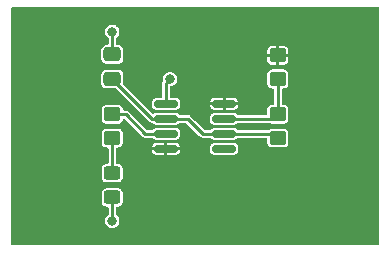
<source format=gbr>
%TF.GenerationSoftware,KiCad,Pcbnew,(6.0.7)*%
%TF.CreationDate,2022-09-02T16:32:09-04:00*%
%TF.ProjectId,GettingToBlink5.0,47657474-696e-4675-946f-426c696e6b35,rev?*%
%TF.SameCoordinates,Original*%
%TF.FileFunction,Copper,L1,Top*%
%TF.FilePolarity,Positive*%
%FSLAX46Y46*%
G04 Gerber Fmt 4.6, Leading zero omitted, Abs format (unit mm)*
G04 Created by KiCad (PCBNEW (6.0.7)) date 2022-09-02 16:32:09*
%MOMM*%
%LPD*%
G01*
G04 APERTURE LIST*
G04 Aperture macros list*
%AMRoundRect*
0 Rectangle with rounded corners*
0 $1 Rounding radius*
0 $2 $3 $4 $5 $6 $7 $8 $9 X,Y pos of 4 corners*
0 Add a 4 corners polygon primitive as box body*
4,1,4,$2,$3,$4,$5,$6,$7,$8,$9,$2,$3,0*
0 Add four circle primitives for the rounded corners*
1,1,$1+$1,$2,$3*
1,1,$1+$1,$4,$5*
1,1,$1+$1,$6,$7*
1,1,$1+$1,$8,$9*
0 Add four rect primitives between the rounded corners*
20,1,$1+$1,$2,$3,$4,$5,0*
20,1,$1+$1,$4,$5,$6,$7,0*
20,1,$1+$1,$6,$7,$8,$9,0*
20,1,$1+$1,$8,$9,$2,$3,0*%
G04 Aperture macros list end*
%TA.AperFunction,SMDPad,CuDef*%
%ADD10RoundRect,0.250000X-0.450000X0.350000X-0.450000X-0.350000X0.450000X-0.350000X0.450000X0.350000X0*%
%TD*%
%TA.AperFunction,SMDPad,CuDef*%
%ADD11RoundRect,0.250000X0.475000X-0.337500X0.475000X0.337500X-0.475000X0.337500X-0.475000X-0.337500X0*%
%TD*%
%TA.AperFunction,SMDPad,CuDef*%
%ADD12RoundRect,0.150000X-0.825000X-0.150000X0.825000X-0.150000X0.825000X0.150000X-0.825000X0.150000X0*%
%TD*%
%TA.AperFunction,SMDPad,CuDef*%
%ADD13RoundRect,0.250000X0.450000X-0.325000X0.450000X0.325000X-0.450000X0.325000X-0.450000X-0.325000X0*%
%TD*%
%TA.AperFunction,ViaPad*%
%ADD14C,0.800000*%
%TD*%
%TA.AperFunction,Conductor*%
%ADD15C,0.250000*%
%TD*%
G04 APERTURE END LIST*
D10*
%TO.P,R2,1*%
%TO.N,/DIS*%
X151000000Y-100000000D03*
%TO.P,R2,2*%
%TO.N,/THR*%
X151000000Y-102000000D03*
%TD*%
%TO.P,R1,1*%
%TO.N,/VDD*%
X151000000Y-95000000D03*
%TO.P,R1,2*%
%TO.N,/DIS*%
X151000000Y-97000000D03*
%TD*%
D11*
%TO.P,C1,2*%
%TO.N,GND*%
X137000000Y-94925000D03*
%TO.P,C1,1*%
%TO.N,/THR*%
X137000000Y-97000000D03*
%TD*%
D12*
%TO.P,U1,1,GND*%
%TO.N,GND*%
X141525000Y-99095000D03*
%TO.P,U1,2,~{TRIG}*%
%TO.N,/THR*%
X141525000Y-100365000D03*
%TO.P,U1,3,OUT*%
%TO.N,/OUT*%
X141525000Y-101635000D03*
%TO.P,U1,4,~{RST}*%
%TO.N,/VDD*%
X141525000Y-102905000D03*
%TO.P,U1,5,CTRL*%
%TO.N,unconnected-(U1-Pad5)*%
X146475000Y-102905000D03*
%TO.P,U1,6,THR*%
%TO.N,/THR*%
X146475000Y-101635000D03*
%TO.P,U1,7,DIS*%
%TO.N,/DIS*%
X146475000Y-100365000D03*
%TO.P,U1,8,VDD*%
%TO.N,/VDD*%
X146475000Y-99095000D03*
%TD*%
D10*
%TO.P,R3,1*%
%TO.N,/OUT*%
X137000000Y-100000000D03*
%TO.P,R3,2*%
%TO.N,Net-(D1-Pad2)*%
X137000000Y-102000000D03*
%TD*%
D13*
%TO.P,D1,1,K*%
%TO.N,GND*%
X137000000Y-107025000D03*
%TO.P,D1,2,A*%
%TO.N,Net-(D1-Pad2)*%
X137000000Y-104975000D03*
%TD*%
D14*
%TO.N,/VDD*%
X131200000Y-96100000D03*
X156800000Y-96000000D03*
%TO.N,GND*%
X141900000Y-97000000D03*
X137000000Y-93000000D03*
X137000000Y-109000000D03*
%TD*%
D15*
%TO.N,/OUT*%
X138130000Y-100000000D02*
X139765000Y-101635000D01*
X137000000Y-100000000D02*
X138130000Y-100000000D01*
X139765000Y-101635000D02*
X141525000Y-101635000D01*
%TO.N,/THR*%
X140365000Y-100365000D02*
X141525000Y-100365000D01*
X137000000Y-97000000D02*
X140365000Y-100365000D01*
%TO.N,/DIS*%
X151000000Y-100000000D02*
X151000000Y-97000000D01*
%TO.N,/THR*%
X150635000Y-101635000D02*
X151000000Y-102000000D01*
X146475000Y-101635000D02*
X150635000Y-101635000D01*
%TO.N,/DIS*%
X150635000Y-100365000D02*
X151000000Y-100000000D01*
X146475000Y-100365000D02*
X150635000Y-100365000D01*
%TO.N,GND*%
X137000000Y-107025000D02*
X137000000Y-109000000D01*
%TO.N,Net-(D1-Pad2)*%
X137000000Y-102000000D02*
X137000000Y-104975000D01*
%TO.N,GND*%
X137000000Y-94962500D02*
X137000000Y-93000000D01*
X141525000Y-99095000D02*
X141525000Y-97375000D01*
X141525000Y-97375000D02*
X141900000Y-97000000D01*
%TO.N,/THR*%
X141525000Y-100365000D02*
X143365000Y-100365000D01*
X143365000Y-100365000D02*
X144600000Y-101600000D01*
X144600000Y-101600000D02*
X144635000Y-101635000D01*
X144635000Y-101635000D02*
X146475000Y-101635000D01*
%TD*%
%TA.AperFunction,Conductor*%
%TO.N,/VDD*%
G36*
X159543039Y-90919685D02*
G01*
X159588794Y-90972489D01*
X159600000Y-91024000D01*
X159600000Y-110976000D01*
X159580315Y-111043039D01*
X159527511Y-111088794D01*
X159476000Y-111100000D01*
X128524000Y-111100000D01*
X128456961Y-111080315D01*
X128411206Y-111027511D01*
X128400000Y-110976000D01*
X128400000Y-107403834D01*
X136099500Y-107403834D01*
X136102481Y-107435369D01*
X136147366Y-107563184D01*
X136227850Y-107672150D01*
X136235306Y-107677657D01*
X136329361Y-107747128D01*
X136329363Y-107747129D01*
X136336816Y-107752634D01*
X136345555Y-107755703D01*
X136345557Y-107755704D01*
X136393242Y-107772449D01*
X136464631Y-107797519D01*
X136472150Y-107798230D01*
X136472151Y-107798230D01*
X136493252Y-107800225D01*
X136493262Y-107800225D01*
X136496166Y-107800500D01*
X136550500Y-107800500D01*
X136617539Y-107820185D01*
X136663294Y-107872989D01*
X136674500Y-107924500D01*
X136674500Y-108431701D01*
X136654815Y-108498740D01*
X136625986Y-108530077D01*
X136571718Y-108571718D01*
X136475464Y-108697159D01*
X136414956Y-108843238D01*
X136394318Y-109000000D01*
X136414956Y-109156762D01*
X136475464Y-109302841D01*
X136571718Y-109428282D01*
X136697159Y-109524536D01*
X136704667Y-109527646D01*
X136835729Y-109581934D01*
X136835731Y-109581935D01*
X136843238Y-109585044D01*
X137000000Y-109605682D01*
X137008059Y-109604621D01*
X137148703Y-109586105D01*
X137156762Y-109585044D01*
X137164269Y-109581935D01*
X137164271Y-109581934D01*
X137295333Y-109527646D01*
X137302841Y-109524536D01*
X137428282Y-109428282D01*
X137524536Y-109302841D01*
X137585044Y-109156762D01*
X137605682Y-109000000D01*
X137585044Y-108843238D01*
X137524536Y-108697159D01*
X137428282Y-108571718D01*
X137374014Y-108530077D01*
X137332811Y-108473649D01*
X137325500Y-108431701D01*
X137325500Y-107924500D01*
X137345185Y-107857461D01*
X137397989Y-107811706D01*
X137449500Y-107800500D01*
X137503834Y-107800500D01*
X137506738Y-107800225D01*
X137506748Y-107800225D01*
X137527849Y-107798230D01*
X137527850Y-107798230D01*
X137535369Y-107797519D01*
X137606758Y-107772449D01*
X137654443Y-107755704D01*
X137654445Y-107755703D01*
X137663184Y-107752634D01*
X137670637Y-107747129D01*
X137670639Y-107747128D01*
X137764694Y-107677657D01*
X137772150Y-107672150D01*
X137852634Y-107563184D01*
X137897519Y-107435369D01*
X137900500Y-107403834D01*
X137900500Y-106646166D01*
X137897519Y-106614631D01*
X137852634Y-106486816D01*
X137772150Y-106377850D01*
X137742304Y-106355805D01*
X137670639Y-106302872D01*
X137670637Y-106302871D01*
X137663184Y-106297366D01*
X137654445Y-106294297D01*
X137654443Y-106294296D01*
X137606758Y-106277551D01*
X137535369Y-106252481D01*
X137527850Y-106251770D01*
X137527849Y-106251770D01*
X137506748Y-106249775D01*
X137506738Y-106249775D01*
X137503834Y-106249500D01*
X136496166Y-106249500D01*
X136493262Y-106249775D01*
X136493252Y-106249775D01*
X136472151Y-106251770D01*
X136472150Y-106251770D01*
X136464631Y-106252481D01*
X136393242Y-106277551D01*
X136345557Y-106294296D01*
X136345555Y-106294297D01*
X136336816Y-106297366D01*
X136329363Y-106302871D01*
X136329361Y-106302872D01*
X136257696Y-106355805D01*
X136227850Y-106377850D01*
X136147366Y-106486816D01*
X136102481Y-106614631D01*
X136099500Y-106646166D01*
X136099500Y-107403834D01*
X128400000Y-107403834D01*
X128400000Y-105353834D01*
X136099500Y-105353834D01*
X136102481Y-105385369D01*
X136147366Y-105513184D01*
X136227850Y-105622150D01*
X136235306Y-105627657D01*
X136329361Y-105697128D01*
X136329363Y-105697129D01*
X136336816Y-105702634D01*
X136345555Y-105705703D01*
X136345557Y-105705704D01*
X136393242Y-105722449D01*
X136464631Y-105747519D01*
X136472150Y-105748230D01*
X136472151Y-105748230D01*
X136493252Y-105750225D01*
X136493262Y-105750225D01*
X136496166Y-105750500D01*
X137503834Y-105750500D01*
X137506738Y-105750225D01*
X137506748Y-105750225D01*
X137527849Y-105748230D01*
X137527850Y-105748230D01*
X137535369Y-105747519D01*
X137606758Y-105722449D01*
X137654443Y-105705704D01*
X137654445Y-105705703D01*
X137663184Y-105702634D01*
X137670637Y-105697129D01*
X137670639Y-105697128D01*
X137764694Y-105627657D01*
X137772150Y-105622150D01*
X137852634Y-105513184D01*
X137897519Y-105385369D01*
X137900500Y-105353834D01*
X137900500Y-104596166D01*
X137897519Y-104564631D01*
X137852634Y-104436816D01*
X137772150Y-104327850D01*
X137742304Y-104305805D01*
X137670639Y-104252872D01*
X137670637Y-104252871D01*
X137663184Y-104247366D01*
X137654445Y-104244297D01*
X137654443Y-104244296D01*
X137606758Y-104227551D01*
X137535369Y-104202481D01*
X137527850Y-104201770D01*
X137527849Y-104201770D01*
X137506748Y-104199775D01*
X137506738Y-104199775D01*
X137503834Y-104199500D01*
X137449500Y-104199500D01*
X137382461Y-104179815D01*
X137336706Y-104127011D01*
X137325500Y-104075500D01*
X137325500Y-103083642D01*
X140350001Y-103083642D01*
X140350662Y-103092664D01*
X140358722Y-103147426D01*
X140364375Y-103165622D01*
X140406961Y-103252358D01*
X140418734Y-103268803D01*
X140486691Y-103336642D01*
X140503150Y-103348381D01*
X140589977Y-103390823D01*
X140608152Y-103396441D01*
X140662372Y-103404351D01*
X140671320Y-103405000D01*
X141382170Y-103405000D01*
X141397169Y-103400596D01*
X141398356Y-103399226D01*
X141400000Y-103391668D01*
X141400000Y-103387169D01*
X141650000Y-103387169D01*
X141654404Y-103402168D01*
X141655774Y-103403355D01*
X141663332Y-103404999D01*
X142378642Y-103404999D01*
X142387664Y-103404338D01*
X142442426Y-103396278D01*
X142460622Y-103390625D01*
X142547358Y-103348039D01*
X142563803Y-103336266D01*
X142631642Y-103268309D01*
X142643381Y-103251850D01*
X142685823Y-103165023D01*
X142691441Y-103146848D01*
X142699351Y-103092628D01*
X142699671Y-103088218D01*
X145299500Y-103088218D01*
X145309642Y-103157112D01*
X145361068Y-103261855D01*
X145368323Y-103269097D01*
X145436021Y-103336677D01*
X145443650Y-103344293D01*
X145452855Y-103348792D01*
X145452857Y-103348794D01*
X145509644Y-103376552D01*
X145548482Y-103395536D01*
X145558006Y-103396925D01*
X145558008Y-103396926D01*
X145612331Y-103404851D01*
X145612336Y-103404851D01*
X145616782Y-103405500D01*
X147333218Y-103405500D01*
X147402112Y-103395358D01*
X147506855Y-103343932D01*
X147589293Y-103261350D01*
X147593792Y-103252145D01*
X147593794Y-103252143D01*
X147636308Y-103165167D01*
X147640536Y-103156518D01*
X147650500Y-103088218D01*
X147650500Y-102721782D01*
X147640358Y-102652888D01*
X147588932Y-102548145D01*
X147514391Y-102473734D01*
X147513602Y-102472946D01*
X147513601Y-102472945D01*
X147506350Y-102465707D01*
X147497145Y-102461208D01*
X147497143Y-102461206D01*
X147418635Y-102422831D01*
X147401518Y-102414464D01*
X147391994Y-102413075D01*
X147391992Y-102413074D01*
X147337669Y-102405149D01*
X147337664Y-102405149D01*
X147333218Y-102404500D01*
X145616782Y-102404500D01*
X145547888Y-102414642D01*
X145443145Y-102466068D01*
X145360707Y-102548650D01*
X145356208Y-102557855D01*
X145356206Y-102557857D01*
X145328448Y-102614644D01*
X145309464Y-102653482D01*
X145308075Y-102663006D01*
X145308074Y-102663008D01*
X145306741Y-102672150D01*
X145299500Y-102721782D01*
X145299500Y-103088218D01*
X142699671Y-103088218D01*
X142700000Y-103083680D01*
X142700000Y-103047830D01*
X142695596Y-103032831D01*
X142694226Y-103031644D01*
X142686668Y-103030000D01*
X141667830Y-103030000D01*
X141652831Y-103034404D01*
X141651644Y-103035774D01*
X141650000Y-103043332D01*
X141650000Y-103387169D01*
X141400000Y-103387169D01*
X141400000Y-103047830D01*
X141395596Y-103032831D01*
X141394226Y-103031644D01*
X141386668Y-103030000D01*
X140367831Y-103030000D01*
X140352832Y-103034404D01*
X140351645Y-103035774D01*
X140350001Y-103043332D01*
X140350001Y-103083642D01*
X137325500Y-103083642D01*
X137325500Y-102924500D01*
X137345185Y-102857461D01*
X137397989Y-102811706D01*
X137449500Y-102800500D01*
X137503834Y-102800500D01*
X137506738Y-102800225D01*
X137506748Y-102800225D01*
X137527849Y-102798230D01*
X137527850Y-102798230D01*
X137535369Y-102797519D01*
X137623221Y-102766668D01*
X137636030Y-102762170D01*
X140350000Y-102762170D01*
X140354404Y-102777169D01*
X140355774Y-102778356D01*
X140363332Y-102780000D01*
X141382170Y-102780000D01*
X141397169Y-102775596D01*
X141398356Y-102774226D01*
X141400000Y-102766668D01*
X141400000Y-102762170D01*
X141650000Y-102762170D01*
X141654404Y-102777169D01*
X141655774Y-102778356D01*
X141663332Y-102780000D01*
X142682169Y-102780000D01*
X142697168Y-102775596D01*
X142698355Y-102774226D01*
X142699999Y-102766668D01*
X142699999Y-102726358D01*
X142699338Y-102717336D01*
X142691278Y-102662574D01*
X142685625Y-102644378D01*
X142643039Y-102557642D01*
X142631266Y-102541197D01*
X142563309Y-102473358D01*
X142546850Y-102461619D01*
X142460023Y-102419177D01*
X142441848Y-102413559D01*
X142387628Y-102405649D01*
X142378680Y-102405000D01*
X141667830Y-102405000D01*
X141652831Y-102409404D01*
X141651644Y-102410774D01*
X141650000Y-102418332D01*
X141650000Y-102762170D01*
X141400000Y-102762170D01*
X141400000Y-102422831D01*
X141395596Y-102407832D01*
X141394226Y-102406645D01*
X141386668Y-102405001D01*
X140671358Y-102405001D01*
X140662336Y-102405662D01*
X140607574Y-102413722D01*
X140589378Y-102419375D01*
X140502642Y-102461961D01*
X140486197Y-102473734D01*
X140418358Y-102541691D01*
X140406619Y-102558150D01*
X140364177Y-102644977D01*
X140358559Y-102663152D01*
X140350649Y-102717372D01*
X140350000Y-102726320D01*
X140350000Y-102762170D01*
X137636030Y-102762170D01*
X137654443Y-102755704D01*
X137654445Y-102755703D01*
X137663184Y-102752634D01*
X137670637Y-102747129D01*
X137670639Y-102747128D01*
X137764694Y-102677657D01*
X137772150Y-102672150D01*
X137852634Y-102563184D01*
X137857916Y-102548145D01*
X137884178Y-102473358D01*
X137897519Y-102435369D01*
X137899077Y-102418888D01*
X137900225Y-102406748D01*
X137900225Y-102406738D01*
X137900500Y-102403834D01*
X137900500Y-101596166D01*
X137897519Y-101564631D01*
X137852634Y-101436816D01*
X137772150Y-101327850D01*
X137704855Y-101278145D01*
X137670639Y-101252872D01*
X137670637Y-101252871D01*
X137663184Y-101247366D01*
X137654445Y-101244297D01*
X137654443Y-101244296D01*
X137606758Y-101227551D01*
X137535369Y-101202481D01*
X137527850Y-101201770D01*
X137527849Y-101201770D01*
X137506748Y-101199775D01*
X137506738Y-101199775D01*
X137503834Y-101199500D01*
X136496166Y-101199500D01*
X136493262Y-101199775D01*
X136493252Y-101199775D01*
X136472151Y-101201770D01*
X136472150Y-101201770D01*
X136464631Y-101202481D01*
X136393242Y-101227551D01*
X136345557Y-101244296D01*
X136345555Y-101244297D01*
X136336816Y-101247366D01*
X136329363Y-101252871D01*
X136329361Y-101252872D01*
X136295145Y-101278145D01*
X136227850Y-101327850D01*
X136147366Y-101436816D01*
X136102481Y-101564631D01*
X136099500Y-101596166D01*
X136099500Y-102403834D01*
X136099775Y-102406738D01*
X136099775Y-102406748D01*
X136100923Y-102418888D01*
X136102481Y-102435369D01*
X136115822Y-102473358D01*
X136142085Y-102548145D01*
X136147366Y-102563184D01*
X136227850Y-102672150D01*
X136235306Y-102677657D01*
X136329361Y-102747128D01*
X136329363Y-102747129D01*
X136336816Y-102752634D01*
X136345555Y-102755703D01*
X136345557Y-102755704D01*
X136376779Y-102766668D01*
X136464631Y-102797519D01*
X136472150Y-102798230D01*
X136472151Y-102798230D01*
X136493252Y-102800225D01*
X136493262Y-102800225D01*
X136496166Y-102800500D01*
X136550500Y-102800500D01*
X136617539Y-102820185D01*
X136663294Y-102872989D01*
X136674500Y-102924500D01*
X136674500Y-104075500D01*
X136654815Y-104142539D01*
X136602011Y-104188294D01*
X136550500Y-104199500D01*
X136496166Y-104199500D01*
X136493262Y-104199775D01*
X136493252Y-104199775D01*
X136472151Y-104201770D01*
X136472150Y-104201770D01*
X136464631Y-104202481D01*
X136393242Y-104227551D01*
X136345557Y-104244296D01*
X136345555Y-104244297D01*
X136336816Y-104247366D01*
X136329363Y-104252871D01*
X136329361Y-104252872D01*
X136257696Y-104305805D01*
X136227850Y-104327850D01*
X136147366Y-104436816D01*
X136102481Y-104564631D01*
X136099500Y-104596166D01*
X136099500Y-105353834D01*
X128400000Y-105353834D01*
X128400000Y-100403834D01*
X136099500Y-100403834D01*
X136102481Y-100435369D01*
X136147366Y-100563184D01*
X136152871Y-100570637D01*
X136152872Y-100570639D01*
X136193586Y-100625760D01*
X136227850Y-100672150D01*
X136235306Y-100677657D01*
X136329361Y-100747128D01*
X136329363Y-100747129D01*
X136336816Y-100752634D01*
X136345555Y-100755703D01*
X136345557Y-100755704D01*
X136393242Y-100772449D01*
X136464631Y-100797519D01*
X136472150Y-100798230D01*
X136472151Y-100798230D01*
X136493252Y-100800225D01*
X136493262Y-100800225D01*
X136496166Y-100800500D01*
X137503834Y-100800500D01*
X137506738Y-100800225D01*
X137506748Y-100800225D01*
X137527849Y-100798230D01*
X137527850Y-100798230D01*
X137535369Y-100797519D01*
X137606758Y-100772449D01*
X137654443Y-100755704D01*
X137654445Y-100755703D01*
X137663184Y-100752634D01*
X137670637Y-100747129D01*
X137670639Y-100747128D01*
X137764694Y-100677657D01*
X137772150Y-100672150D01*
X137806414Y-100625760D01*
X137847128Y-100570639D01*
X137847129Y-100570637D01*
X137852634Y-100563184D01*
X137886149Y-100467747D01*
X137926935Y-100411017D01*
X137991916Y-100385342D01*
X138060463Y-100398875D01*
X138090826Y-100421152D01*
X138812747Y-101143074D01*
X139520955Y-101851282D01*
X139528264Y-101859257D01*
X139552545Y-101888194D01*
X139561940Y-101893619D01*
X139561941Y-101893619D01*
X139585261Y-101907083D01*
X139594379Y-101912892D01*
X139625316Y-101934554D01*
X139635791Y-101937361D01*
X139639108Y-101938908D01*
X139642561Y-101940165D01*
X139651955Y-101945588D01*
X139662639Y-101947472D01*
X139689155Y-101952148D01*
X139699712Y-101954489D01*
X139725712Y-101961455D01*
X139725713Y-101961455D01*
X139736193Y-101964263D01*
X139746997Y-101963318D01*
X139747000Y-101963318D01*
X139773811Y-101960972D01*
X139784618Y-101960500D01*
X140328359Y-101960500D01*
X140395398Y-101980185D01*
X140415964Y-101996743D01*
X140486395Y-102067051D01*
X140493650Y-102074293D01*
X140502855Y-102078792D01*
X140502857Y-102078794D01*
X140559644Y-102106552D01*
X140598482Y-102125536D01*
X140608006Y-102126925D01*
X140608008Y-102126926D01*
X140662331Y-102134851D01*
X140662336Y-102134851D01*
X140666782Y-102135500D01*
X142383218Y-102135500D01*
X142452112Y-102125358D01*
X142556855Y-102073932D01*
X142639293Y-101991350D01*
X142643792Y-101982145D01*
X142643794Y-101982143D01*
X142679162Y-101909786D01*
X142690536Y-101886518D01*
X142691926Y-101876992D01*
X142699851Y-101822669D01*
X142699851Y-101822664D01*
X142700500Y-101818218D01*
X142700500Y-101451782D01*
X142690358Y-101382888D01*
X142638932Y-101278145D01*
X142597892Y-101237177D01*
X142563602Y-101202946D01*
X142563601Y-101202945D01*
X142556350Y-101195707D01*
X142547145Y-101191208D01*
X142547143Y-101191206D01*
X142490356Y-101163448D01*
X142451518Y-101144464D01*
X142441994Y-101143075D01*
X142441992Y-101143074D01*
X142387669Y-101135149D01*
X142387664Y-101135149D01*
X142383218Y-101134500D01*
X140666782Y-101134500D01*
X140597888Y-101144642D01*
X140493145Y-101196068D01*
X140485903Y-101203323D01*
X140416242Y-101273105D01*
X140354948Y-101306643D01*
X140328484Y-101309500D01*
X139951189Y-101309500D01*
X139884150Y-101289815D01*
X139863508Y-101273181D01*
X138374050Y-99783724D01*
X138366741Y-99775749D01*
X138349427Y-99755115D01*
X138342455Y-99746806D01*
X138333063Y-99741384D01*
X138333061Y-99741382D01*
X138309743Y-99727920D01*
X138300617Y-99722106D01*
X138278568Y-99706667D01*
X138278569Y-99706667D01*
X138269684Y-99700446D01*
X138259209Y-99697639D01*
X138255900Y-99696096D01*
X138252442Y-99694838D01*
X138243045Y-99689412D01*
X138219035Y-99685179D01*
X138205857Y-99682855D01*
X138195310Y-99680517D01*
X138158807Y-99670736D01*
X138121181Y-99674028D01*
X138110373Y-99674500D01*
X138020429Y-99674500D01*
X137953390Y-99654815D01*
X137907635Y-99602011D01*
X137899310Y-99577074D01*
X137898230Y-99572151D01*
X137897519Y-99564631D01*
X137872449Y-99493242D01*
X137855704Y-99445557D01*
X137855703Y-99445555D01*
X137852634Y-99436816D01*
X137772150Y-99327850D01*
X137710980Y-99282669D01*
X137670639Y-99252872D01*
X137670637Y-99252871D01*
X137663184Y-99247366D01*
X137654445Y-99244297D01*
X137654443Y-99244296D01*
X137593318Y-99222831D01*
X137535369Y-99202481D01*
X137527850Y-99201770D01*
X137527849Y-99201770D01*
X137506748Y-99199775D01*
X137506738Y-99199775D01*
X137503834Y-99199500D01*
X136496166Y-99199500D01*
X136493262Y-99199775D01*
X136493252Y-99199775D01*
X136472151Y-99201770D01*
X136472150Y-99201770D01*
X136464631Y-99202481D01*
X136406682Y-99222831D01*
X136345557Y-99244296D01*
X136345555Y-99244297D01*
X136336816Y-99247366D01*
X136329363Y-99252871D01*
X136329361Y-99252872D01*
X136289020Y-99282669D01*
X136227850Y-99327850D01*
X136147366Y-99436816D01*
X136144297Y-99445555D01*
X136144296Y-99445557D01*
X136127551Y-99493242D01*
X136102481Y-99564631D01*
X136101770Y-99572150D01*
X136101770Y-99572151D01*
X136099878Y-99592168D01*
X136099500Y-99596166D01*
X136099500Y-100403834D01*
X128400000Y-100403834D01*
X128400000Y-97391334D01*
X136074500Y-97391334D01*
X136074775Y-97394238D01*
X136074775Y-97394248D01*
X136075957Y-97406748D01*
X136077481Y-97422869D01*
X136102551Y-97494258D01*
X136114276Y-97527646D01*
X136122366Y-97550684D01*
X136127871Y-97558137D01*
X136127872Y-97558139D01*
X136157318Y-97598005D01*
X136202850Y-97659650D01*
X136210306Y-97665157D01*
X136304361Y-97734628D01*
X136304363Y-97734629D01*
X136311816Y-97740134D01*
X136320555Y-97743203D01*
X136320557Y-97743204D01*
X136347411Y-97752634D01*
X136439631Y-97785019D01*
X136447150Y-97785730D01*
X136447151Y-97785730D01*
X136468252Y-97787725D01*
X136468262Y-97787725D01*
X136471166Y-97788000D01*
X137276312Y-97788000D01*
X137343351Y-97807685D01*
X137363993Y-97824319D01*
X140120950Y-100581276D01*
X140128259Y-100589251D01*
X140152545Y-100618194D01*
X140161937Y-100623616D01*
X140161939Y-100623618D01*
X140185257Y-100637080D01*
X140194383Y-100642894D01*
X140225316Y-100664554D01*
X140235791Y-100667361D01*
X140239100Y-100668904D01*
X140242558Y-100670162D01*
X140251955Y-100675588D01*
X140263690Y-100677657D01*
X140289143Y-100682145D01*
X140299690Y-100684483D01*
X140336193Y-100694264D01*
X140343188Y-100693652D01*
X140406058Y-100718244D01*
X140417787Y-100728562D01*
X140486021Y-100796677D01*
X140493650Y-100804293D01*
X140502855Y-100808792D01*
X140502857Y-100808794D01*
X140559644Y-100836552D01*
X140598482Y-100855536D01*
X140608006Y-100856925D01*
X140608008Y-100856926D01*
X140662331Y-100864851D01*
X140662336Y-100864851D01*
X140666782Y-100865500D01*
X142383218Y-100865500D01*
X142452112Y-100855358D01*
X142556855Y-100803932D01*
X142633757Y-100726895D01*
X142695052Y-100693357D01*
X142721516Y-100690500D01*
X143178812Y-100690500D01*
X143245851Y-100710185D01*
X143266493Y-100726819D01*
X144349702Y-101810028D01*
X144390960Y-101851287D01*
X144398267Y-101859261D01*
X144422545Y-101888194D01*
X144455262Y-101907083D01*
X144464380Y-101912892D01*
X144486429Y-101928331D01*
X144486431Y-101928332D01*
X144495316Y-101934553D01*
X144505794Y-101937361D01*
X144509125Y-101938914D01*
X144512561Y-101940165D01*
X144521955Y-101945588D01*
X144532636Y-101947471D01*
X144532638Y-101947472D01*
X144559154Y-101952147D01*
X144569706Y-101954486D01*
X144606193Y-101964263D01*
X144643811Y-101960972D01*
X144654618Y-101960500D01*
X145278359Y-101960500D01*
X145345398Y-101980185D01*
X145365964Y-101996743D01*
X145436395Y-102067051D01*
X145443650Y-102074293D01*
X145452855Y-102078792D01*
X145452857Y-102078794D01*
X145509644Y-102106552D01*
X145548482Y-102125536D01*
X145558006Y-102126925D01*
X145558008Y-102126926D01*
X145612331Y-102134851D01*
X145612336Y-102134851D01*
X145616782Y-102135500D01*
X147333218Y-102135500D01*
X147402112Y-102125358D01*
X147506855Y-102073932D01*
X147583757Y-101996895D01*
X147645052Y-101963357D01*
X147671516Y-101960500D01*
X149975500Y-101960500D01*
X150042539Y-101980185D01*
X150088294Y-102032989D01*
X150099500Y-102084500D01*
X150099500Y-102403834D01*
X150099775Y-102406738D01*
X150099775Y-102406748D01*
X150100923Y-102418888D01*
X150102481Y-102435369D01*
X150115822Y-102473358D01*
X150142085Y-102548145D01*
X150147366Y-102563184D01*
X150227850Y-102672150D01*
X150235306Y-102677657D01*
X150329361Y-102747128D01*
X150329363Y-102747129D01*
X150336816Y-102752634D01*
X150345555Y-102755703D01*
X150345557Y-102755704D01*
X150376779Y-102766668D01*
X150464631Y-102797519D01*
X150472150Y-102798230D01*
X150472151Y-102798230D01*
X150493252Y-102800225D01*
X150493262Y-102800225D01*
X150496166Y-102800500D01*
X151503834Y-102800500D01*
X151506738Y-102800225D01*
X151506748Y-102800225D01*
X151527849Y-102798230D01*
X151527850Y-102798230D01*
X151535369Y-102797519D01*
X151623221Y-102766668D01*
X151654443Y-102755704D01*
X151654445Y-102755703D01*
X151663184Y-102752634D01*
X151670637Y-102747129D01*
X151670639Y-102747128D01*
X151764694Y-102677657D01*
X151772150Y-102672150D01*
X151852634Y-102563184D01*
X151857916Y-102548145D01*
X151884178Y-102473358D01*
X151897519Y-102435369D01*
X151899077Y-102418888D01*
X151900225Y-102406748D01*
X151900225Y-102406738D01*
X151900500Y-102403834D01*
X151900500Y-101596166D01*
X151897519Y-101564631D01*
X151852634Y-101436816D01*
X151772150Y-101327850D01*
X151704855Y-101278145D01*
X151670639Y-101252872D01*
X151670637Y-101252871D01*
X151663184Y-101247366D01*
X151654445Y-101244297D01*
X151654443Y-101244296D01*
X151606758Y-101227551D01*
X151535369Y-101202481D01*
X151527850Y-101201770D01*
X151527849Y-101201770D01*
X151506748Y-101199775D01*
X151506738Y-101199775D01*
X151503834Y-101199500D01*
X150496166Y-101199500D01*
X150493262Y-101199775D01*
X150493252Y-101199775D01*
X150472151Y-101201770D01*
X150472150Y-101201770D01*
X150464631Y-101202481D01*
X150393242Y-101227551D01*
X150345557Y-101244296D01*
X150345555Y-101244297D01*
X150336816Y-101247366D01*
X150285534Y-101285244D01*
X150219916Y-101309238D01*
X150211865Y-101309500D01*
X147671641Y-101309500D01*
X147604602Y-101289815D01*
X147584036Y-101273257D01*
X147513605Y-101202949D01*
X147513604Y-101202948D01*
X147506350Y-101195707D01*
X147497145Y-101191208D01*
X147497143Y-101191206D01*
X147440356Y-101163448D01*
X147401518Y-101144464D01*
X147391994Y-101143075D01*
X147391992Y-101143074D01*
X147337669Y-101135149D01*
X147337664Y-101135149D01*
X147333218Y-101134500D01*
X145616782Y-101134500D01*
X145547888Y-101144642D01*
X145443145Y-101196068D01*
X145435903Y-101203323D01*
X145366242Y-101273105D01*
X145304948Y-101306643D01*
X145278484Y-101309500D01*
X144821188Y-101309500D01*
X144754149Y-101289815D01*
X144733507Y-101273181D01*
X144008544Y-100548218D01*
X145299500Y-100548218D01*
X145309642Y-100617112D01*
X145361068Y-100721855D01*
X145368323Y-100729097D01*
X145436021Y-100796677D01*
X145443650Y-100804293D01*
X145452855Y-100808792D01*
X145452857Y-100808794D01*
X145509644Y-100836552D01*
X145548482Y-100855536D01*
X145558006Y-100856925D01*
X145558008Y-100856926D01*
X145612331Y-100864851D01*
X145612336Y-100864851D01*
X145616782Y-100865500D01*
X147333218Y-100865500D01*
X147402112Y-100855358D01*
X147506855Y-100803932D01*
X147583757Y-100726895D01*
X147645052Y-100693357D01*
X147671516Y-100690500D01*
X150211865Y-100690500D01*
X150278904Y-100710185D01*
X150285522Y-100714747D01*
X150336816Y-100752634D01*
X150345555Y-100755703D01*
X150345557Y-100755704D01*
X150393242Y-100772449D01*
X150464631Y-100797519D01*
X150472150Y-100798230D01*
X150472151Y-100798230D01*
X150493252Y-100800225D01*
X150493262Y-100800225D01*
X150496166Y-100800500D01*
X151503834Y-100800500D01*
X151506738Y-100800225D01*
X151506748Y-100800225D01*
X151527849Y-100798230D01*
X151527850Y-100798230D01*
X151535369Y-100797519D01*
X151606758Y-100772449D01*
X151654443Y-100755704D01*
X151654445Y-100755703D01*
X151663184Y-100752634D01*
X151670637Y-100747129D01*
X151670639Y-100747128D01*
X151764694Y-100677657D01*
X151772150Y-100672150D01*
X151806414Y-100625760D01*
X151847128Y-100570639D01*
X151847129Y-100570637D01*
X151852634Y-100563184D01*
X151897519Y-100435369D01*
X151900500Y-100403834D01*
X151900500Y-99596166D01*
X151900123Y-99592168D01*
X151898230Y-99572151D01*
X151898230Y-99572150D01*
X151897519Y-99564631D01*
X151872449Y-99493242D01*
X151855704Y-99445557D01*
X151855703Y-99445555D01*
X151852634Y-99436816D01*
X151772150Y-99327850D01*
X151710980Y-99282669D01*
X151670639Y-99252872D01*
X151670637Y-99252871D01*
X151663184Y-99247366D01*
X151654445Y-99244297D01*
X151654443Y-99244296D01*
X151593318Y-99222831D01*
X151535369Y-99202481D01*
X151527850Y-99201770D01*
X151527849Y-99201770D01*
X151506748Y-99199775D01*
X151506738Y-99199775D01*
X151503834Y-99199500D01*
X151449500Y-99199500D01*
X151382461Y-99179815D01*
X151336706Y-99127011D01*
X151325500Y-99075500D01*
X151325500Y-97924500D01*
X151345185Y-97857461D01*
X151397989Y-97811706D01*
X151449500Y-97800500D01*
X151503834Y-97800500D01*
X151506738Y-97800225D01*
X151506748Y-97800225D01*
X151527849Y-97798230D01*
X151527850Y-97798230D01*
X151535369Y-97797519D01*
X151606758Y-97772449D01*
X151654443Y-97755704D01*
X151654445Y-97755703D01*
X151663184Y-97752634D01*
X151670637Y-97747129D01*
X151670639Y-97747128D01*
X151764694Y-97677657D01*
X151772150Y-97672150D01*
X151794195Y-97642304D01*
X151847128Y-97570639D01*
X151847129Y-97570637D01*
X151852634Y-97563184D01*
X151860094Y-97541943D01*
X151891688Y-97451973D01*
X151897519Y-97435369D01*
X151898701Y-97422869D01*
X151900225Y-97406748D01*
X151900225Y-97406738D01*
X151900500Y-97403834D01*
X151900500Y-96596166D01*
X151899412Y-96584651D01*
X151898230Y-96572151D01*
X151898230Y-96572150D01*
X151897519Y-96564631D01*
X151865114Y-96472354D01*
X151855704Y-96445557D01*
X151855703Y-96445555D01*
X151852634Y-96436816D01*
X151821245Y-96394318D01*
X151777657Y-96335306D01*
X151772150Y-96327850D01*
X151680108Y-96259866D01*
X151670639Y-96252872D01*
X151670637Y-96252871D01*
X151663184Y-96247366D01*
X151654445Y-96244297D01*
X151654443Y-96244296D01*
X151606758Y-96227551D01*
X151535369Y-96202481D01*
X151527850Y-96201770D01*
X151527849Y-96201770D01*
X151506748Y-96199775D01*
X151506738Y-96199775D01*
X151503834Y-96199500D01*
X150496166Y-96199500D01*
X150493262Y-96199775D01*
X150493252Y-96199775D01*
X150472151Y-96201770D01*
X150472150Y-96201770D01*
X150464631Y-96202481D01*
X150393242Y-96227551D01*
X150345557Y-96244296D01*
X150345555Y-96244297D01*
X150336816Y-96247366D01*
X150329363Y-96252871D01*
X150329361Y-96252872D01*
X150319892Y-96259866D01*
X150227850Y-96327850D01*
X150222343Y-96335306D01*
X150178756Y-96394318D01*
X150147366Y-96436816D01*
X150144297Y-96445555D01*
X150144296Y-96445557D01*
X150134886Y-96472354D01*
X150102481Y-96564631D01*
X150101770Y-96572150D01*
X150101770Y-96572151D01*
X150100589Y-96584651D01*
X150099500Y-96596166D01*
X150099500Y-97403834D01*
X150099775Y-97406738D01*
X150099775Y-97406748D01*
X150101299Y-97422869D01*
X150102481Y-97435369D01*
X150108312Y-97451973D01*
X150139907Y-97541943D01*
X150147366Y-97563184D01*
X150152871Y-97570637D01*
X150152872Y-97570639D01*
X150205805Y-97642304D01*
X150227850Y-97672150D01*
X150235306Y-97677657D01*
X150329361Y-97747128D01*
X150329363Y-97747129D01*
X150336816Y-97752634D01*
X150345555Y-97755703D01*
X150345557Y-97755704D01*
X150393242Y-97772449D01*
X150464631Y-97797519D01*
X150472150Y-97798230D01*
X150472151Y-97798230D01*
X150493252Y-97800225D01*
X150493262Y-97800225D01*
X150496166Y-97800500D01*
X150550500Y-97800500D01*
X150617539Y-97820185D01*
X150663294Y-97872989D01*
X150674500Y-97924500D01*
X150674500Y-99075500D01*
X150654815Y-99142539D01*
X150602011Y-99188294D01*
X150550500Y-99199500D01*
X150496166Y-99199500D01*
X150493262Y-99199775D01*
X150493252Y-99199775D01*
X150472151Y-99201770D01*
X150472150Y-99201770D01*
X150464631Y-99202481D01*
X150406682Y-99222831D01*
X150345557Y-99244296D01*
X150345555Y-99244297D01*
X150336816Y-99247366D01*
X150329363Y-99252871D01*
X150329361Y-99252872D01*
X150289020Y-99282669D01*
X150227850Y-99327850D01*
X150147366Y-99436816D01*
X150144297Y-99445555D01*
X150144296Y-99445557D01*
X150127551Y-99493242D01*
X150102481Y-99564631D01*
X150101770Y-99572150D01*
X150101770Y-99572151D01*
X150099878Y-99592168D01*
X150099500Y-99596166D01*
X150099500Y-99915500D01*
X150079815Y-99982539D01*
X150027011Y-100028294D01*
X149975500Y-100039500D01*
X147671641Y-100039500D01*
X147604602Y-100019815D01*
X147584036Y-100003257D01*
X147513605Y-99932949D01*
X147513604Y-99932948D01*
X147506350Y-99925707D01*
X147497145Y-99921208D01*
X147497143Y-99921206D01*
X147440356Y-99893448D01*
X147401518Y-99874464D01*
X147391994Y-99873075D01*
X147391992Y-99873074D01*
X147337669Y-99865149D01*
X147337664Y-99865149D01*
X147333218Y-99864500D01*
X145616782Y-99864500D01*
X145547888Y-99874642D01*
X145443145Y-99926068D01*
X145360707Y-100008650D01*
X145356208Y-100017855D01*
X145356206Y-100017857D01*
X145329904Y-100071667D01*
X145309464Y-100113482D01*
X145308075Y-100123006D01*
X145308074Y-100123008D01*
X145304323Y-100148724D01*
X145299500Y-100181782D01*
X145299500Y-100548218D01*
X144008544Y-100548218D01*
X143609050Y-100148724D01*
X143601741Y-100140749D01*
X143584427Y-100120115D01*
X143577455Y-100111806D01*
X143568063Y-100106384D01*
X143568061Y-100106382D01*
X143544743Y-100092920D01*
X143535617Y-100087106D01*
X143513568Y-100071667D01*
X143513569Y-100071667D01*
X143504684Y-100065446D01*
X143494209Y-100062639D01*
X143490900Y-100061096D01*
X143487442Y-100059838D01*
X143478045Y-100054412D01*
X143454035Y-100050179D01*
X143440857Y-100047855D01*
X143430310Y-100045517D01*
X143393807Y-100035736D01*
X143356181Y-100039028D01*
X143345373Y-100039500D01*
X142721641Y-100039500D01*
X142654602Y-100019815D01*
X142634036Y-100003257D01*
X142563605Y-99932949D01*
X142563604Y-99932948D01*
X142556350Y-99925707D01*
X142547145Y-99921208D01*
X142547143Y-99921206D01*
X142490356Y-99893448D01*
X142451518Y-99874464D01*
X142441994Y-99873075D01*
X142441992Y-99873074D01*
X142387669Y-99865149D01*
X142387664Y-99865149D01*
X142383218Y-99864500D01*
X140666782Y-99864500D01*
X140597888Y-99874642D01*
X140589240Y-99878888D01*
X140501161Y-99922132D01*
X140432308Y-99934008D01*
X140367965Y-99906773D01*
X140358831Y-99898505D01*
X139738544Y-99278218D01*
X140349500Y-99278218D01*
X140359642Y-99347112D01*
X140411068Y-99451855D01*
X140418323Y-99459097D01*
X140486021Y-99526677D01*
X140493650Y-99534293D01*
X140502855Y-99538792D01*
X140502857Y-99538794D01*
X140555715Y-99564631D01*
X140598482Y-99585536D01*
X140608006Y-99586925D01*
X140608008Y-99586926D01*
X140662331Y-99594851D01*
X140662336Y-99594851D01*
X140666782Y-99595500D01*
X142383218Y-99595500D01*
X142452112Y-99585358D01*
X142556855Y-99533932D01*
X142639293Y-99451350D01*
X142643792Y-99442145D01*
X142643794Y-99442143D01*
X142686308Y-99355167D01*
X142690536Y-99346518D01*
X142692172Y-99335306D01*
X142699851Y-99282669D01*
X142699851Y-99282664D01*
X142700500Y-99278218D01*
X142700500Y-99273642D01*
X145300001Y-99273642D01*
X145300662Y-99282664D01*
X145308722Y-99337426D01*
X145314375Y-99355622D01*
X145356961Y-99442358D01*
X145368734Y-99458803D01*
X145436691Y-99526642D01*
X145453150Y-99538381D01*
X145539977Y-99580823D01*
X145558152Y-99586441D01*
X145612372Y-99594351D01*
X145621320Y-99595000D01*
X146332170Y-99595000D01*
X146347169Y-99590596D01*
X146348356Y-99589226D01*
X146350000Y-99581668D01*
X146350000Y-99577169D01*
X146600000Y-99577169D01*
X146604404Y-99592168D01*
X146605774Y-99593355D01*
X146613332Y-99594999D01*
X147328642Y-99594999D01*
X147337664Y-99594338D01*
X147392426Y-99586278D01*
X147410622Y-99580625D01*
X147497358Y-99538039D01*
X147513803Y-99526266D01*
X147581642Y-99458309D01*
X147593381Y-99441850D01*
X147635823Y-99355023D01*
X147641441Y-99336848D01*
X147649351Y-99282628D01*
X147650000Y-99273680D01*
X147650000Y-99237830D01*
X147645596Y-99222831D01*
X147644226Y-99221644D01*
X147636668Y-99220000D01*
X146617830Y-99220000D01*
X146602831Y-99224404D01*
X146601644Y-99225774D01*
X146600000Y-99233332D01*
X146600000Y-99577169D01*
X146350000Y-99577169D01*
X146350000Y-99237830D01*
X146345596Y-99222831D01*
X146344226Y-99221644D01*
X146336668Y-99220000D01*
X145317831Y-99220000D01*
X145302832Y-99224404D01*
X145301645Y-99225774D01*
X145300001Y-99233332D01*
X145300001Y-99273642D01*
X142700500Y-99273642D01*
X142700500Y-98952170D01*
X145300000Y-98952170D01*
X145304404Y-98967169D01*
X145305774Y-98968356D01*
X145313332Y-98970000D01*
X146332170Y-98970000D01*
X146347169Y-98965596D01*
X146348356Y-98964226D01*
X146350000Y-98956668D01*
X146350000Y-98952170D01*
X146600000Y-98952170D01*
X146604404Y-98967169D01*
X146605774Y-98968356D01*
X146613332Y-98970000D01*
X147632169Y-98970000D01*
X147647168Y-98965596D01*
X147648355Y-98964226D01*
X147649999Y-98956668D01*
X147649999Y-98916358D01*
X147649338Y-98907336D01*
X147641278Y-98852574D01*
X147635625Y-98834378D01*
X147593039Y-98747642D01*
X147581266Y-98731197D01*
X147513309Y-98663358D01*
X147496850Y-98651619D01*
X147410023Y-98609177D01*
X147391848Y-98603559D01*
X147337628Y-98595649D01*
X147328680Y-98595000D01*
X146617830Y-98595000D01*
X146602831Y-98599404D01*
X146601644Y-98600774D01*
X146600000Y-98608332D01*
X146600000Y-98952170D01*
X146350000Y-98952170D01*
X146350000Y-98612831D01*
X146345596Y-98597832D01*
X146344226Y-98596645D01*
X146336668Y-98595001D01*
X145621358Y-98595001D01*
X145612336Y-98595662D01*
X145557574Y-98603722D01*
X145539378Y-98609375D01*
X145452642Y-98651961D01*
X145436197Y-98663734D01*
X145368358Y-98731691D01*
X145356619Y-98748150D01*
X145314177Y-98834977D01*
X145308559Y-98853152D01*
X145300649Y-98907372D01*
X145300000Y-98916320D01*
X145300000Y-98952170D01*
X142700500Y-98952170D01*
X142700500Y-98911782D01*
X142690358Y-98842888D01*
X142638932Y-98738145D01*
X142564391Y-98663734D01*
X142563602Y-98662946D01*
X142563601Y-98662945D01*
X142556350Y-98655707D01*
X142547145Y-98651208D01*
X142547143Y-98651206D01*
X142468635Y-98612831D01*
X142451518Y-98604464D01*
X142441994Y-98603075D01*
X142441992Y-98603074D01*
X142387669Y-98595149D01*
X142387664Y-98595149D01*
X142383218Y-98594500D01*
X141974500Y-98594500D01*
X141907461Y-98574815D01*
X141861706Y-98522011D01*
X141850500Y-98470500D01*
X141850500Y-97720944D01*
X141870185Y-97653905D01*
X141922989Y-97608150D01*
X141958314Y-97598005D01*
X142048703Y-97586105D01*
X142056762Y-97585044D01*
X142064269Y-97581935D01*
X142064271Y-97581934D01*
X142195333Y-97527646D01*
X142202841Y-97524536D01*
X142328282Y-97428282D01*
X142424536Y-97302841D01*
X142441472Y-97261955D01*
X142481934Y-97164271D01*
X142481935Y-97164269D01*
X142485044Y-97156762D01*
X142505682Y-97000000D01*
X142485044Y-96843238D01*
X142424536Y-96697159D01*
X142328282Y-96571718D01*
X142202841Y-96475464D01*
X142160817Y-96458057D01*
X142064271Y-96418066D01*
X142064269Y-96418065D01*
X142056762Y-96414956D01*
X141900000Y-96394318D01*
X141743238Y-96414956D01*
X141735731Y-96418065D01*
X141735729Y-96418066D01*
X141639183Y-96458057D01*
X141597159Y-96475464D01*
X141471718Y-96571718D01*
X141375464Y-96697159D01*
X141314956Y-96843238D01*
X141294318Y-97000000D01*
X141295379Y-97008059D01*
X141302974Y-97065749D01*
X141292208Y-97134784D01*
X141277505Y-97157763D01*
X141271806Y-97162545D01*
X141266384Y-97171937D01*
X141266382Y-97171939D01*
X141252920Y-97195257D01*
X141247106Y-97204383D01*
X141225446Y-97235316D01*
X141222639Y-97245791D01*
X141221096Y-97249100D01*
X141219838Y-97252558D01*
X141214412Y-97261955D01*
X141212528Y-97272641D01*
X141207855Y-97299143D01*
X141205517Y-97309690D01*
X141195736Y-97346193D01*
X141196682Y-97357001D01*
X141199028Y-97383819D01*
X141199500Y-97394627D01*
X141199500Y-98470500D01*
X141179815Y-98537539D01*
X141127011Y-98583294D01*
X141075500Y-98594500D01*
X140666782Y-98594500D01*
X140597888Y-98604642D01*
X140493145Y-98656068D01*
X140410707Y-98738650D01*
X140406208Y-98747855D01*
X140406206Y-98747857D01*
X140406063Y-98748150D01*
X140359464Y-98843482D01*
X140349500Y-98911782D01*
X140349500Y-99278218D01*
X139738544Y-99278218D01*
X137960383Y-97500057D01*
X137926898Y-97438734D01*
X137924614Y-97400705D01*
X137925225Y-97394246D01*
X137925225Y-97394240D01*
X137925500Y-97391334D01*
X137925500Y-96608666D01*
X137924596Y-96599097D01*
X137923230Y-96584651D01*
X137923230Y-96584650D01*
X137922519Y-96577131D01*
X137888554Y-96480411D01*
X137880704Y-96458057D01*
X137880703Y-96458055D01*
X137877634Y-96449316D01*
X137868402Y-96436816D01*
X137802657Y-96347806D01*
X137797150Y-96340350D01*
X137767304Y-96318305D01*
X137695639Y-96265372D01*
X137695637Y-96265371D01*
X137688184Y-96259866D01*
X137679445Y-96256797D01*
X137679443Y-96256796D01*
X137631758Y-96240051D01*
X137560369Y-96214981D01*
X137552850Y-96214270D01*
X137552849Y-96214270D01*
X137531748Y-96212275D01*
X137531738Y-96212275D01*
X137528834Y-96212000D01*
X136471166Y-96212000D01*
X136468262Y-96212275D01*
X136468252Y-96212275D01*
X136447151Y-96214270D01*
X136447150Y-96214270D01*
X136439631Y-96214981D01*
X136368242Y-96240051D01*
X136320557Y-96256796D01*
X136320555Y-96256797D01*
X136311816Y-96259866D01*
X136304363Y-96265371D01*
X136304361Y-96265372D01*
X136232696Y-96318305D01*
X136202850Y-96340350D01*
X136197343Y-96347806D01*
X136131599Y-96436816D01*
X136122366Y-96449316D01*
X136119297Y-96458055D01*
X136119296Y-96458057D01*
X136111446Y-96480411D01*
X136077481Y-96577131D01*
X136076770Y-96584650D01*
X136076770Y-96584651D01*
X136075405Y-96599097D01*
X136074500Y-96608666D01*
X136074500Y-97391334D01*
X128400000Y-97391334D01*
X128400000Y-95316334D01*
X136074500Y-95316334D01*
X136077481Y-95347869D01*
X136096083Y-95400840D01*
X136110679Y-95442403D01*
X136122366Y-95475684D01*
X136202850Y-95584650D01*
X136210306Y-95590157D01*
X136304361Y-95659628D01*
X136304363Y-95659629D01*
X136311816Y-95665134D01*
X136320555Y-95668203D01*
X136320557Y-95668204D01*
X136346451Y-95677297D01*
X136439631Y-95710019D01*
X136447150Y-95710730D01*
X136447151Y-95710730D01*
X136468252Y-95712725D01*
X136468262Y-95712725D01*
X136471166Y-95713000D01*
X137528834Y-95713000D01*
X137531738Y-95712725D01*
X137531748Y-95712725D01*
X137552849Y-95710730D01*
X137552850Y-95710730D01*
X137560369Y-95710019D01*
X137653549Y-95677297D01*
X137679443Y-95668204D01*
X137679445Y-95668203D01*
X137688184Y-95665134D01*
X137695637Y-95659629D01*
X137695639Y-95659628D01*
X137789694Y-95590157D01*
X137797150Y-95584650D01*
X137877634Y-95475684D01*
X137889322Y-95442403D01*
X137903911Y-95400857D01*
X150100001Y-95400857D01*
X150100275Y-95406670D01*
X150102267Y-95427748D01*
X150105482Y-95442406D01*
X150144742Y-95554202D01*
X150153320Y-95570402D01*
X150222703Y-95664339D01*
X150235661Y-95677297D01*
X150329598Y-95746680D01*
X150345798Y-95755258D01*
X150457597Y-95794518D01*
X150472248Y-95797733D01*
X150493315Y-95799725D01*
X150499160Y-95800000D01*
X150857170Y-95800000D01*
X150872169Y-95795596D01*
X150873356Y-95794226D01*
X150875000Y-95786668D01*
X150875000Y-95782169D01*
X151125000Y-95782169D01*
X151129404Y-95797168D01*
X151130774Y-95798355D01*
X151138332Y-95799999D01*
X151500857Y-95799999D01*
X151506670Y-95799725D01*
X151527748Y-95797733D01*
X151542406Y-95794518D01*
X151654202Y-95755258D01*
X151670402Y-95746680D01*
X151764339Y-95677297D01*
X151777297Y-95664339D01*
X151846680Y-95570402D01*
X151855258Y-95554202D01*
X151894518Y-95442403D01*
X151897733Y-95427752D01*
X151899725Y-95406685D01*
X151900000Y-95400840D01*
X151900000Y-95142830D01*
X151895596Y-95127831D01*
X151894226Y-95126644D01*
X151886668Y-95125000D01*
X151142830Y-95125000D01*
X151127831Y-95129404D01*
X151126644Y-95130774D01*
X151125000Y-95138332D01*
X151125000Y-95782169D01*
X150875000Y-95782169D01*
X150875000Y-95142830D01*
X150870596Y-95127831D01*
X150869226Y-95126644D01*
X150861668Y-95125000D01*
X150117831Y-95125000D01*
X150102832Y-95129404D01*
X150101645Y-95130774D01*
X150100001Y-95138332D01*
X150100001Y-95400857D01*
X137903911Y-95400857D01*
X137903917Y-95400840D01*
X137922519Y-95347869D01*
X137925500Y-95316334D01*
X137925500Y-94857170D01*
X150100000Y-94857170D01*
X150104404Y-94872169D01*
X150105774Y-94873356D01*
X150113332Y-94875000D01*
X150857170Y-94875000D01*
X150872169Y-94870596D01*
X150873356Y-94869226D01*
X150875000Y-94861668D01*
X150875000Y-94857170D01*
X151125000Y-94857170D01*
X151129404Y-94872169D01*
X151130774Y-94873356D01*
X151138332Y-94875000D01*
X151882169Y-94875000D01*
X151897168Y-94870596D01*
X151898355Y-94869226D01*
X151899999Y-94861668D01*
X151899999Y-94599143D01*
X151899725Y-94593330D01*
X151897733Y-94572252D01*
X151894518Y-94557594D01*
X151855258Y-94445798D01*
X151846680Y-94429598D01*
X151777297Y-94335661D01*
X151764339Y-94322703D01*
X151670402Y-94253320D01*
X151654202Y-94244742D01*
X151542403Y-94205482D01*
X151527752Y-94202267D01*
X151506685Y-94200275D01*
X151500840Y-94200000D01*
X151142830Y-94200000D01*
X151127831Y-94204404D01*
X151126644Y-94205774D01*
X151125000Y-94213332D01*
X151125000Y-94857170D01*
X150875000Y-94857170D01*
X150875000Y-94217831D01*
X150870596Y-94202832D01*
X150869226Y-94201645D01*
X150861668Y-94200001D01*
X150499143Y-94200001D01*
X150493330Y-94200275D01*
X150472252Y-94202267D01*
X150457594Y-94205482D01*
X150345798Y-94244742D01*
X150329598Y-94253320D01*
X150235661Y-94322703D01*
X150222703Y-94335661D01*
X150153320Y-94429598D01*
X150144742Y-94445798D01*
X150105482Y-94557597D01*
X150102267Y-94572248D01*
X150100275Y-94593315D01*
X150100000Y-94599160D01*
X150100000Y-94857170D01*
X137925500Y-94857170D01*
X137925500Y-94533666D01*
X137922519Y-94502131D01*
X137877634Y-94374316D01*
X137797150Y-94265350D01*
X137716096Y-94205482D01*
X137695639Y-94190372D01*
X137695637Y-94190371D01*
X137688184Y-94184866D01*
X137679445Y-94181797D01*
X137679443Y-94181796D01*
X137631758Y-94165051D01*
X137560369Y-94139981D01*
X137552850Y-94139270D01*
X137552849Y-94139270D01*
X137531748Y-94137275D01*
X137531738Y-94137275D01*
X137528834Y-94137000D01*
X137449500Y-94137000D01*
X137382461Y-94117315D01*
X137336706Y-94064511D01*
X137325500Y-94013000D01*
X137325500Y-93568299D01*
X137345185Y-93501260D01*
X137374014Y-93469923D01*
X137421835Y-93433229D01*
X137428282Y-93428282D01*
X137524536Y-93302841D01*
X137585044Y-93156762D01*
X137605682Y-93000000D01*
X137585044Y-92843238D01*
X137524536Y-92697159D01*
X137428282Y-92571718D01*
X137302841Y-92475464D01*
X137295333Y-92472354D01*
X137164271Y-92418066D01*
X137164269Y-92418065D01*
X137156762Y-92414956D01*
X137000000Y-92394318D01*
X136843238Y-92414956D01*
X136835731Y-92418065D01*
X136835729Y-92418066D01*
X136704667Y-92472354D01*
X136697159Y-92475464D01*
X136571718Y-92571718D01*
X136475464Y-92697159D01*
X136414956Y-92843238D01*
X136394318Y-93000000D01*
X136414956Y-93156762D01*
X136475464Y-93302841D01*
X136571718Y-93428282D01*
X136578165Y-93433229D01*
X136625986Y-93469923D01*
X136667189Y-93526351D01*
X136674500Y-93568299D01*
X136674500Y-94013000D01*
X136654815Y-94080039D01*
X136602011Y-94125794D01*
X136550500Y-94137000D01*
X136471166Y-94137000D01*
X136468262Y-94137275D01*
X136468252Y-94137275D01*
X136447151Y-94139270D01*
X136447150Y-94139270D01*
X136439631Y-94139981D01*
X136368242Y-94165051D01*
X136320557Y-94181796D01*
X136320555Y-94181797D01*
X136311816Y-94184866D01*
X136304363Y-94190371D01*
X136304361Y-94190372D01*
X136283904Y-94205482D01*
X136202850Y-94265350D01*
X136122366Y-94374316D01*
X136077481Y-94502131D01*
X136074500Y-94533666D01*
X136074500Y-95316334D01*
X128400000Y-95316334D01*
X128400000Y-91024000D01*
X128419685Y-90956961D01*
X128472489Y-90911206D01*
X128524000Y-90900000D01*
X159476000Y-90900000D01*
X159543039Y-90919685D01*
G37*
%TD.AperFunction*%
%TD*%
M02*

</source>
